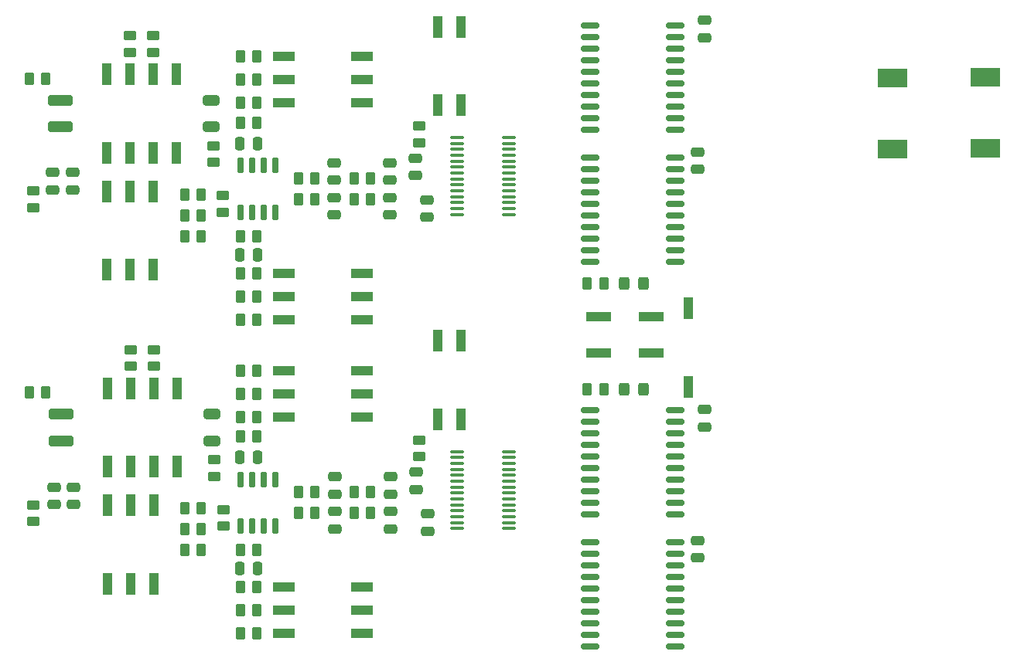
<source format=gbr>
%TF.GenerationSoftware,KiCad,Pcbnew,8.0.2*%
%TF.CreationDate,2025-02-26T15:06:23+00:00*%
%TF.ProjectId,misrc,6d697372-632e-46b6-9963-61645f706362,0.3*%
%TF.SameCoordinates,Original*%
%TF.FileFunction,Paste,Top*%
%TF.FilePolarity,Positive*%
%FSLAX46Y46*%
G04 Gerber Fmt 4.6, Leading zero omitted, Abs format (unit mm)*
G04 Created by KiCad (PCBNEW 8.0.2) date 2025-02-26 15:06:23*
%MOMM*%
%LPD*%
G01*
G04 APERTURE LIST*
G04 Aperture macros list*
%AMRoundRect*
0 Rectangle with rounded corners*
0 $1 Rounding radius*
0 $2 $3 $4 $5 $6 $7 $8 $9 X,Y pos of 4 corners*
0 Add a 4 corners polygon primitive as box body*
4,1,4,$2,$3,$4,$5,$6,$7,$8,$9,$2,$3,0*
0 Add four circle primitives for the rounded corners*
1,1,$1+$1,$2,$3*
1,1,$1+$1,$4,$5*
1,1,$1+$1,$6,$7*
1,1,$1+$1,$8,$9*
0 Add four rect primitives between the rounded corners*
20,1,$1+$1,$2,$3,$4,$5,0*
20,1,$1+$1,$4,$5,$6,$7,0*
20,1,$1+$1,$6,$7,$8,$9,0*
20,1,$1+$1,$8,$9,$2,$3,0*%
G04 Aperture macros list end*
%ADD10RoundRect,0.150000X-0.875000X-0.150000X0.875000X-0.150000X0.875000X0.150000X-0.875000X0.150000X0*%
%ADD11R,2.440000X1.120000*%
%ADD12RoundRect,0.250000X-0.475000X0.250000X-0.475000X-0.250000X0.475000X-0.250000X0.475000X0.250000X0*%
%ADD13RoundRect,0.250000X-0.262500X-0.450000X0.262500X-0.450000X0.262500X0.450000X-0.262500X0.450000X0*%
%ADD14RoundRect,0.250000X-0.325000X-0.450000X0.325000X-0.450000X0.325000X0.450000X-0.325000X0.450000X0*%
%ADD15RoundRect,0.250000X1.100000X-0.325000X1.100000X0.325000X-1.100000X0.325000X-1.100000X-0.325000X0*%
%ADD16RoundRect,0.250000X-0.450000X0.262500X-0.450000X-0.262500X0.450000X-0.262500X0.450000X0.262500X0*%
%ADD17RoundRect,0.250000X0.450000X-0.262500X0.450000X0.262500X-0.450000X0.262500X-0.450000X-0.262500X0*%
%ADD18RoundRect,0.250000X0.262500X0.450000X-0.262500X0.450000X-0.262500X-0.450000X0.262500X-0.450000X0*%
%ADD19RoundRect,0.100000X-0.637500X-0.100000X0.637500X-0.100000X0.637500X0.100000X-0.637500X0.100000X0*%
%ADD20RoundRect,0.250000X-0.250000X-0.475000X0.250000X-0.475000X0.250000X0.475000X-0.250000X0.475000X0*%
%ADD21R,3.200000X2.000000*%
%ADD22R,1.120000X2.440000*%
%ADD23RoundRect,0.250000X0.475000X-0.250000X0.475000X0.250000X-0.475000X0.250000X-0.475000X-0.250000X0*%
%ADD24R,2.750000X1.000000*%
%ADD25RoundRect,0.250000X-0.650000X0.325000X-0.650000X-0.325000X0.650000X-0.325000X0.650000X0.325000X0*%
%ADD26RoundRect,0.150000X0.150000X-0.725000X0.150000X0.725000X-0.150000X0.725000X-0.150000X-0.725000X0*%
G04 APERTURE END LIST*
D10*
%TO.C,U4*%
X139210000Y-80900000D03*
X139210000Y-82170000D03*
X139210000Y-83440000D03*
X139210000Y-84710000D03*
X139210000Y-85980000D03*
X139210000Y-87250000D03*
X139210000Y-88520000D03*
X139210000Y-89790000D03*
X139210000Y-91060000D03*
X139210000Y-92330000D03*
X148510000Y-92330000D03*
X148510000Y-91060000D03*
X148510000Y-89790000D03*
X148510000Y-88520000D03*
X148510000Y-87250000D03*
X148510000Y-85980000D03*
X148510000Y-84710000D03*
X148510000Y-83440000D03*
X148510000Y-82170000D03*
X148510000Y-80900000D03*
%TD*%
D11*
%TO.C,SW204*%
X105664000Y-93599000D03*
X105664000Y-96139000D03*
X105664000Y-98679000D03*
X114274000Y-98679000D03*
X114274000Y-96139000D03*
X114274000Y-93599000D03*
%TD*%
D12*
%TO.C,C119*%
X117348000Y-119700000D03*
X117348000Y-121600000D03*
%TD*%
D13*
%TO.C,R120*%
X107291500Y-119888000D03*
X109116500Y-119888000D03*
%TD*%
D12*
%TO.C,C108*%
X111252000Y-115890000D03*
X111252000Y-117790000D03*
%TD*%
D13*
%TO.C,R211*%
X100928500Y-69850000D03*
X102753500Y-69850000D03*
%TD*%
%TO.C,R213*%
X100928500Y-74930000D03*
X102753500Y-74930000D03*
%TD*%
%TO.C,R101*%
X77827500Y-106680000D03*
X79652500Y-106680000D03*
%TD*%
D11*
%TO.C,SW103*%
X105677000Y-104267000D03*
X105677000Y-106807000D03*
X105677000Y-109347000D03*
X114287000Y-109347000D03*
X114287000Y-106807000D03*
X114287000Y-104267000D03*
%TD*%
D14*
%TO.C,D2*%
X142984000Y-94742000D03*
X145034000Y-94742000D03*
%TD*%
D13*
%TO.C,R116*%
X100941500Y-128016000D03*
X102766500Y-128016000D03*
%TD*%
D15*
%TO.C,C101*%
X81280000Y-111965000D03*
X81280000Y-109015000D03*
%TD*%
D16*
%TO.C,R209*%
X98031000Y-79605500D03*
X98031000Y-81430500D03*
%TD*%
D17*
%TO.C,R203*%
X91427000Y-69365500D03*
X91427000Y-67540500D03*
%TD*%
D18*
%TO.C,R208*%
X96657500Y-84963000D03*
X94832500Y-84963000D03*
%TD*%
%TO.C,R206*%
X96657500Y-87249000D03*
X94832500Y-87249000D03*
%TD*%
D16*
%TO.C,R110*%
X99060000Y-119483500D03*
X99060000Y-121308500D03*
%TD*%
D19*
%TO.C,U102*%
X124645500Y-113123000D03*
X124645500Y-113773000D03*
X124645500Y-114423000D03*
X124645500Y-115073000D03*
X124645500Y-115723000D03*
X124645500Y-116373000D03*
X124645500Y-117023000D03*
X124645500Y-117673000D03*
X124645500Y-118323000D03*
X124645500Y-118973000D03*
X124645500Y-119623000D03*
X124645500Y-120273000D03*
X124645500Y-120923000D03*
X124645500Y-121573000D03*
X130370500Y-121573000D03*
X130370500Y-120923000D03*
X130370500Y-120273000D03*
X130370500Y-119623000D03*
X130370500Y-118973000D03*
X130370500Y-118323000D03*
X130370500Y-117673000D03*
X130370500Y-117023000D03*
X130370500Y-116373000D03*
X130370500Y-115723000D03*
X130370500Y-115073000D03*
X130370500Y-114423000D03*
X130370500Y-113773000D03*
X130370500Y-113123000D03*
%TD*%
D16*
%TO.C,R210*%
X99047000Y-85066500D03*
X99047000Y-86891500D03*
%TD*%
D20*
%TO.C,C106*%
X100904000Y-113792000D03*
X102804000Y-113792000D03*
%TD*%
D10*
%TO.C,U5*%
X139241000Y-66421000D03*
X139241000Y-67691000D03*
X139241000Y-68961000D03*
X139241000Y-70231000D03*
X139241000Y-71501000D03*
X139241000Y-72771000D03*
X139241000Y-74041000D03*
X139241000Y-75311000D03*
X139241000Y-76581000D03*
X139241000Y-77851000D03*
X148541000Y-77851000D03*
X148541000Y-76581000D03*
X148541000Y-75311000D03*
X148541000Y-74041000D03*
X148541000Y-72771000D03*
X148541000Y-71501000D03*
X148541000Y-70231000D03*
X148541000Y-68961000D03*
X148541000Y-67691000D03*
X148541000Y-66421000D03*
%TD*%
D12*
%TO.C,C225*%
X120129000Y-80965000D03*
X120129000Y-82865000D03*
%TD*%
D20*
%TO.C,C206*%
X100891000Y-79375000D03*
X102791000Y-79375000D03*
%TD*%
D13*
%TO.C,R215*%
X100928500Y-89535000D03*
X102753500Y-89535000D03*
%TD*%
D11*
%TO.C,SW203*%
X105677000Y-69850000D03*
X105677000Y-72390000D03*
X105677000Y-74930000D03*
X114287000Y-74930000D03*
X114287000Y-72390000D03*
X114287000Y-69850000D03*
%TD*%
D13*
%TO.C,R122*%
X113387500Y-119888000D03*
X115212500Y-119888000D03*
%TD*%
D21*
%TO.C,L1*%
X172339000Y-72173000D03*
X172339000Y-79973000D03*
%TD*%
D18*
%TO.C,R108*%
X96670500Y-119380000D03*
X94845500Y-119380000D03*
%TD*%
%TO.C,R2*%
X140739500Y-106299000D03*
X138914500Y-106299000D03*
%TD*%
%TO.C,R106*%
X96670500Y-121666000D03*
X94845500Y-121666000D03*
%TD*%
D12*
%TO.C,C208*%
X111239000Y-81473000D03*
X111239000Y-83373000D03*
%TD*%
D10*
%TO.C,U2*%
X139241000Y-123063000D03*
X139241000Y-124333000D03*
X139241000Y-125603000D03*
X139241000Y-126873000D03*
X139241000Y-128143000D03*
X139241000Y-129413000D03*
X139241000Y-130683000D03*
X139241000Y-131953000D03*
X139241000Y-133223000D03*
X139241000Y-134493000D03*
X148541000Y-134493000D03*
X148541000Y-133223000D03*
X148541000Y-131953000D03*
X148541000Y-130683000D03*
X148541000Y-129413000D03*
X148541000Y-128143000D03*
X148541000Y-126873000D03*
X148541000Y-125603000D03*
X148541000Y-124333000D03*
X148541000Y-123063000D03*
%TD*%
D13*
%TO.C,R216*%
X100928500Y-93599000D03*
X102753500Y-93599000D03*
%TD*%
D22*
%TO.C,SW201*%
X86347000Y-80378000D03*
X88887000Y-80378000D03*
X91427000Y-80378000D03*
X93967000Y-80378000D03*
X93967000Y-71768000D03*
X91427000Y-71768000D03*
X88887000Y-71768000D03*
X86347000Y-71768000D03*
%TD*%
D17*
%TO.C,R223*%
X120510000Y-79271500D03*
X120510000Y-77446500D03*
%TD*%
D14*
%TO.C,D1*%
X142984000Y-106299000D03*
X145034000Y-106299000D03*
%TD*%
D21*
%TO.C,L2*%
X182499000Y-72083000D03*
X182499000Y-79883000D03*
%TD*%
D17*
%TO.C,R102*%
X88900000Y-103782500D03*
X88900000Y-101957500D03*
%TD*%
D15*
%TO.C,C201*%
X81267000Y-77548000D03*
X81267000Y-74598000D03*
%TD*%
D13*
%TO.C,R115*%
X100941500Y-123952000D03*
X102766500Y-123952000D03*
%TD*%
%TO.C,R111*%
X100941500Y-104267000D03*
X102766500Y-104267000D03*
%TD*%
D22*
%TO.C,SW105*%
X125095000Y-100978000D03*
X122555000Y-100978000D03*
X122555000Y-109588000D03*
X125095000Y-109588000D03*
%TD*%
D23*
%TO.C,C224*%
X121399000Y-87437000D03*
X121399000Y-85537000D03*
%TD*%
D13*
%TO.C,R220*%
X107278500Y-85471000D03*
X109103500Y-85471000D03*
%TD*%
D12*
%TO.C,C109*%
X111252000Y-119700000D03*
X111252000Y-121600000D03*
%TD*%
%TO.C,C125*%
X120142000Y-115382000D03*
X120142000Y-117282000D03*
%TD*%
%TO.C,C209*%
X111239000Y-85283000D03*
X111239000Y-87183000D03*
%TD*%
D13*
%TO.C,R212*%
X100928500Y-72390000D03*
X102753500Y-72390000D03*
%TD*%
%TO.C,R113*%
X100941500Y-109347000D03*
X102766500Y-109347000D03*
%TD*%
D18*
%TO.C,R207*%
X96657500Y-89535000D03*
X94832500Y-89535000D03*
%TD*%
D13*
%TO.C,R222*%
X113374500Y-85471000D03*
X115199500Y-85471000D03*
%TD*%
D10*
%TO.C,U3*%
X139241000Y-108585000D03*
X139241000Y-109855000D03*
X139241000Y-111125000D03*
X139241000Y-112395000D03*
X139241000Y-113665000D03*
X139241000Y-114935000D03*
X139241000Y-116205000D03*
X139241000Y-117475000D03*
X139241000Y-118745000D03*
X139241000Y-120015000D03*
X148541000Y-120015000D03*
X148541000Y-118745000D03*
X148541000Y-117475000D03*
X148541000Y-116205000D03*
X148541000Y-114935000D03*
X148541000Y-113665000D03*
X148541000Y-112395000D03*
X148541000Y-111125000D03*
X148541000Y-109855000D03*
X148541000Y-108585000D03*
%TD*%
D23*
%TO.C,C128*%
X82677000Y-118933000D03*
X82677000Y-117033000D03*
%TD*%
D20*
%TO.C,C107*%
X100904000Y-125984000D03*
X102804000Y-125984000D03*
%TD*%
D18*
%TO.C,R107*%
X96670500Y-123952000D03*
X94845500Y-123952000D03*
%TD*%
D13*
%TO.C,R218*%
X100928500Y-98679000D03*
X102753500Y-98679000D03*
%TD*%
%TO.C,R119*%
X107291500Y-117602000D03*
X109116500Y-117602000D03*
%TD*%
%TO.C,R219*%
X107278500Y-83185000D03*
X109103500Y-83185000D03*
%TD*%
D22*
%TO.C,SW2*%
X149987000Y-106019000D03*
X149987000Y-97409000D03*
%TD*%
D24*
%TO.C,SW1*%
X145882000Y-102330000D03*
X140122000Y-102330000D03*
X145882000Y-98330000D03*
X140122000Y-98330000D03*
%TD*%
D12*
%TO.C,C2*%
X151003000Y-80269000D03*
X151003000Y-82169000D03*
%TD*%
D25*
%TO.C,C105*%
X97790000Y-109015000D03*
X97790000Y-111965000D03*
%TD*%
D23*
%TO.C,C228*%
X82550000Y-84450000D03*
X82550000Y-82550000D03*
%TD*%
D13*
%TO.C,R201*%
X77814500Y-72263000D03*
X79639500Y-72263000D03*
%TD*%
%TO.C,R217*%
X100928500Y-96139000D03*
X102753500Y-96139000D03*
%TD*%
D12*
%TO.C,C118*%
X117348000Y-115890000D03*
X117348000Y-117790000D03*
%TD*%
%TO.C,C4*%
X151003000Y-122875000D03*
X151003000Y-124775000D03*
%TD*%
D13*
%TO.C,R118*%
X100941500Y-133096000D03*
X102766500Y-133096000D03*
%TD*%
%TO.C,R221*%
X113374500Y-83185000D03*
X115199500Y-83185000D03*
%TD*%
D16*
%TO.C,R228*%
X78232000Y-84558500D03*
X78232000Y-86383500D03*
%TD*%
D22*
%TO.C,SW101*%
X86360000Y-114795000D03*
X88900000Y-114795000D03*
X91440000Y-114795000D03*
X93980000Y-114795000D03*
X93980000Y-106185000D03*
X91440000Y-106185000D03*
X88900000Y-106185000D03*
X86360000Y-106185000D03*
%TD*%
D16*
%TO.C,R109*%
X98044000Y-114022500D03*
X98044000Y-115847500D03*
%TD*%
D23*
%TO.C,C227*%
X80391000Y-84450000D03*
X80391000Y-82550000D03*
%TD*%
D22*
%TO.C,SW202*%
X91427000Y-84608000D03*
X88887000Y-84608000D03*
X86347000Y-84608000D03*
X86347000Y-93218000D03*
X88887000Y-93218000D03*
X91427000Y-93218000D03*
%TD*%
D13*
%TO.C,R112*%
X100941500Y-106807000D03*
X102766500Y-106807000D03*
%TD*%
D17*
%TO.C,R103*%
X91440000Y-103782500D03*
X91440000Y-101957500D03*
%TD*%
D26*
%TO.C,U201*%
X100965000Y-86903000D03*
X102235000Y-86903000D03*
X103505000Y-86903000D03*
X104775000Y-86903000D03*
X104775000Y-81753000D03*
X103505000Y-81753000D03*
X102235000Y-81753000D03*
X100965000Y-81753000D03*
%TD*%
D12*
%TO.C,C219*%
X117335000Y-85283000D03*
X117335000Y-87183000D03*
%TD*%
D19*
%TO.C,U202*%
X124632500Y-78706000D03*
X124632500Y-79356000D03*
X124632500Y-80006000D03*
X124632500Y-80656000D03*
X124632500Y-81306000D03*
X124632500Y-81956000D03*
X124632500Y-82606000D03*
X124632500Y-83256000D03*
X124632500Y-83906000D03*
X124632500Y-84556000D03*
X124632500Y-85206000D03*
X124632500Y-85856000D03*
X124632500Y-86506000D03*
X124632500Y-87156000D03*
X130357500Y-87156000D03*
X130357500Y-86506000D03*
X130357500Y-85856000D03*
X130357500Y-85206000D03*
X130357500Y-84556000D03*
X130357500Y-83906000D03*
X130357500Y-83256000D03*
X130357500Y-82606000D03*
X130357500Y-81956000D03*
X130357500Y-81306000D03*
X130357500Y-80656000D03*
X130357500Y-80006000D03*
X130357500Y-79356000D03*
X130357500Y-78706000D03*
%TD*%
D17*
%TO.C,R202*%
X88887000Y-69365500D03*
X88887000Y-67540500D03*
%TD*%
D13*
%TO.C,R121*%
X113387500Y-117602000D03*
X115212500Y-117602000D03*
%TD*%
%TO.C,R214*%
X100928500Y-77089000D03*
X102753500Y-77089000D03*
%TD*%
D22*
%TO.C,SW205*%
X125082000Y-66561000D03*
X122542000Y-66561000D03*
X122542000Y-75171000D03*
X125082000Y-75171000D03*
%TD*%
D12*
%TO.C,C3*%
X151765000Y-108524000D03*
X151765000Y-110424000D03*
%TD*%
D26*
%TO.C,U101*%
X100965000Y-121320000D03*
X102235000Y-121320000D03*
X103505000Y-121320000D03*
X104775000Y-121320000D03*
X104775000Y-116170000D03*
X103505000Y-116170000D03*
X102235000Y-116170000D03*
X100965000Y-116170000D03*
%TD*%
D22*
%TO.C,SW102*%
X91440000Y-119025000D03*
X88900000Y-119025000D03*
X86360000Y-119025000D03*
X86360000Y-127635000D03*
X88900000Y-127635000D03*
X91440000Y-127635000D03*
%TD*%
D18*
%TO.C,R3*%
X140739500Y-94742000D03*
X138914500Y-94742000D03*
%TD*%
D16*
%TO.C,R127*%
X78232000Y-118999000D03*
X78232000Y-120824000D03*
%TD*%
D13*
%TO.C,R117*%
X100941500Y-130556000D03*
X102766500Y-130556000D03*
%TD*%
D17*
%TO.C,R123*%
X120523000Y-113688500D03*
X120523000Y-111863500D03*
%TD*%
D23*
%TO.C,C124*%
X121412000Y-121854000D03*
X121412000Y-119954000D03*
%TD*%
%TO.C,C127*%
X80518000Y-118933000D03*
X80518000Y-117033000D03*
%TD*%
D11*
%TO.C,SW104*%
X105677000Y-128016000D03*
X105677000Y-130556000D03*
X105677000Y-133096000D03*
X114287000Y-133096000D03*
X114287000Y-130556000D03*
X114287000Y-128016000D03*
%TD*%
D12*
%TO.C,C1*%
X151765000Y-65852000D03*
X151765000Y-67752000D03*
%TD*%
D20*
%TO.C,C207*%
X100891000Y-91567000D03*
X102791000Y-91567000D03*
%TD*%
D25*
%TO.C,C205*%
X97777000Y-74598000D03*
X97777000Y-77548000D03*
%TD*%
D12*
%TO.C,C218*%
X117335000Y-81473000D03*
X117335000Y-83373000D03*
%TD*%
D13*
%TO.C,R114*%
X100941500Y-111506000D03*
X102766500Y-111506000D03*
%TD*%
M02*

</source>
